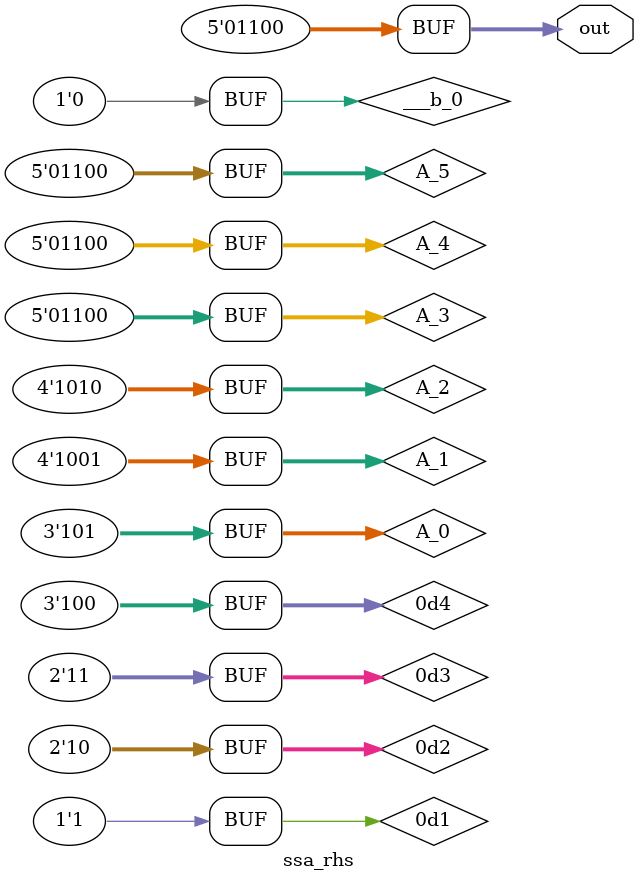
<source format=v>
/* Generated by Yosys 0.9+1706 (git sha1 6edca057, clang 10.0.0 -fPIC -Os) */

module ssa_rhs(out);
  wire \0d1 ;
  wire [1:0] \0d2 ;
  wire [1:0] \0d3 ;
  wire [2:0] \0d4 ;
  wire [2:0] A_0;
  wire [3:0] A_1;
  wire [3:0] A_2;
  wire [4:0] A_3;
  wire [4:0] A_4;
  wire [4:0] A_5;
  wire ___b_0;
  output [4:0] out;
  assign A_1 = \0d4  + A_0;
  assign ___b_0 = A_0 == A_1;
  assign A_2 = \0d1  + A_1;
  assign A_3 = \0d2  + A_2;
  assign A_4 = \0d3  + A_1;
  assign A_5 = ___b_0 ? A_3 : A_4;
  assign A_0 = 3'h5;
  assign \0d4  = 3'h4;
  assign \0d1  = 1'h1;
  assign \0d2  = 2'h2;
  assign \0d3  = 2'h3;
  assign out = A_5;
endmodule

</source>
